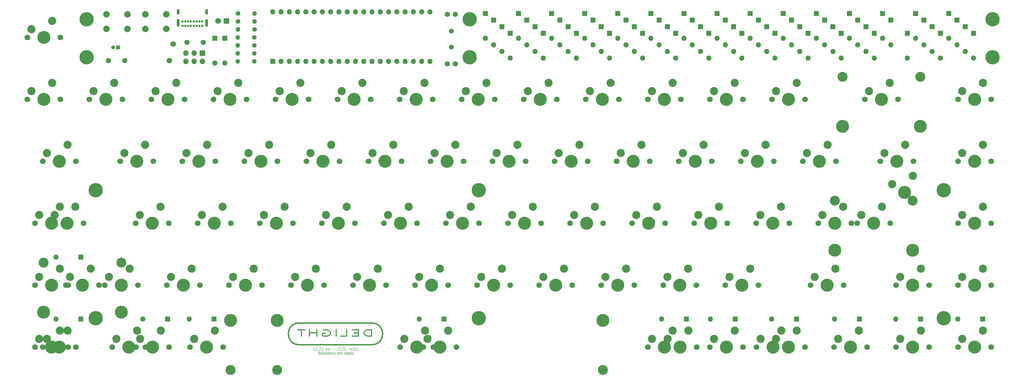
<source format=gbs>
G04 #@! TF.GenerationSoftware,KiCad,Pcbnew,(5.1.10)-1*
G04 #@! TF.CreationDate,2021-12-05T16:07:54-05:00*
G04 #@! TF.ProjectId,delight-pcb,64656c69-6768-4742-9d70-63622e6b6963,rev?*
G04 #@! TF.SameCoordinates,Original*
G04 #@! TF.FileFunction,Soldermask,Bot*
G04 #@! TF.FilePolarity,Negative*
%FSLAX46Y46*%
G04 Gerber Fmt 4.6, Leading zero omitted, Abs format (unit mm)*
G04 Created by KiCad (PCBNEW (5.1.10)-1) date 2021-12-05 16:07:54*
%MOMM*%
%LPD*%
G01*
G04 APERTURE LIST*
%ADD10C,0.125000*%
%ADD11C,0.350000*%
%ADD12C,0.400000*%
%ADD13C,3.048000*%
%ADD14C,3.987800*%
%ADD15C,1.750000*%
%ADD16C,4.000000*%
%ADD17C,2.500000*%
%ADD18C,1.710000*%
%ADD19O,1.600000X1.600000*%
%ADD20R,1.600000X1.600000*%
%ADD21C,4.400000*%
%ADD22O,1.400000X1.400000*%
%ADD23C,1.400000*%
%ADD24C,1.200000*%
%ADD25R,1.200000X1.200000*%
%ADD26C,1.600000*%
%ADD27C,1.500000*%
%ADD28C,1.800000*%
%ADD29R,1.800000X1.800000*%
%ADD30O,1.700000X1.700000*%
%ADD31R,1.700000X1.700000*%
%ADD32C,2.000000*%
%ADD33O,0.900000X1.700000*%
%ADD34O,0.900000X2.400000*%
%ADD35C,0.700000*%
G04 APERTURE END LIST*
D10*
X170509715Y-183390590D02*
X170581144Y-183342971D01*
X170616858Y-183247733D01*
X170616858Y-182390590D01*
X170116858Y-183390590D02*
X170188286Y-183342971D01*
X170224001Y-183295352D01*
X170259715Y-183200114D01*
X170259715Y-182914400D01*
X170224001Y-182819162D01*
X170188286Y-182771543D01*
X170116858Y-182723924D01*
X170009715Y-182723924D01*
X169938286Y-182771543D01*
X169902572Y-182819162D01*
X169866858Y-182914400D01*
X169866858Y-183200114D01*
X169902572Y-183295352D01*
X169938286Y-183342971D01*
X170009715Y-183390590D01*
X170116858Y-183390590D01*
X169652572Y-182723924D02*
X169366858Y-182723924D01*
X169545429Y-182390590D02*
X169545429Y-183247733D01*
X169509715Y-183342971D01*
X169438286Y-183390590D01*
X169366858Y-183390590D01*
X169116858Y-183390590D02*
X169116858Y-182723924D01*
X169116858Y-182390590D02*
X169152572Y-182438210D01*
X169116858Y-182485829D01*
X169081144Y-182438210D01*
X169116858Y-182390590D01*
X169116858Y-182485829D01*
X168474001Y-183342971D02*
X168545429Y-183390590D01*
X168688286Y-183390590D01*
X168759715Y-183342971D01*
X168795429Y-183247733D01*
X168795429Y-182866781D01*
X168759715Y-182771543D01*
X168688286Y-182723924D01*
X168545429Y-182723924D01*
X168474001Y-182771543D01*
X168438286Y-182866781D01*
X168438286Y-182962019D01*
X168795429Y-183057257D01*
X168116858Y-183390590D02*
X168116858Y-182723924D01*
X168116858Y-182914400D02*
X168081144Y-182819162D01*
X168045429Y-182771543D01*
X167974001Y-182723924D01*
X167902572Y-182723924D01*
X167116858Y-182485829D02*
X167081144Y-182438210D01*
X167009715Y-182390590D01*
X166831144Y-182390590D01*
X166759715Y-182438210D01*
X166724001Y-182485829D01*
X166688286Y-182581067D01*
X166688286Y-182676305D01*
X166724001Y-182819162D01*
X167152572Y-183390590D01*
X166688286Y-183390590D01*
X166224001Y-182390590D02*
X166152572Y-182390590D01*
X166081144Y-182438210D01*
X166045429Y-182485829D01*
X166009715Y-182581067D01*
X165974001Y-182771543D01*
X165974001Y-183009638D01*
X166009715Y-183200114D01*
X166045429Y-183295352D01*
X166081144Y-183342971D01*
X166152572Y-183390590D01*
X166224001Y-183390590D01*
X166295429Y-183342971D01*
X166331144Y-183295352D01*
X166366858Y-183200114D01*
X166402572Y-183009638D01*
X166402572Y-182771543D01*
X166366858Y-182581067D01*
X166331144Y-182485829D01*
X166295429Y-182438210D01*
X166224001Y-182390590D01*
X165688286Y-182485829D02*
X165652572Y-182438210D01*
X165581144Y-182390590D01*
X165402572Y-182390590D01*
X165331144Y-182438210D01*
X165295429Y-182485829D01*
X165259715Y-182581067D01*
X165259715Y-182676305D01*
X165295429Y-182819162D01*
X165724001Y-183390590D01*
X165259715Y-183390590D01*
X164545429Y-183390590D02*
X164974001Y-183390590D01*
X164759715Y-183390590D02*
X164759715Y-182390590D01*
X164831144Y-182533448D01*
X164902572Y-182628686D01*
X164974001Y-182676305D01*
X163652572Y-183009638D02*
X163081144Y-183009638D01*
X162152572Y-183390590D02*
X162152572Y-182723924D01*
X162152572Y-182914400D02*
X162116858Y-182819162D01*
X162081144Y-182771543D01*
X162009715Y-182723924D01*
X161938286Y-182723924D01*
X161402572Y-183342971D02*
X161474001Y-183390590D01*
X161616858Y-183390590D01*
X161688286Y-183342971D01*
X161724001Y-183247733D01*
X161724001Y-182866781D01*
X161688286Y-182771543D01*
X161616858Y-182723924D01*
X161474001Y-182723924D01*
X161402572Y-182771543D01*
X161366858Y-182866781D01*
X161366858Y-182962019D01*
X161724001Y-183057257D01*
X161116858Y-182723924D02*
X160938286Y-183390590D01*
X160759715Y-182723924D01*
X159938286Y-182485829D02*
X159902572Y-182438210D01*
X159831144Y-182390590D01*
X159652572Y-182390590D01*
X159581144Y-182438210D01*
X159545429Y-182485829D01*
X159509715Y-182581067D01*
X159509715Y-182676305D01*
X159545429Y-182819162D01*
X159974001Y-183390590D01*
X159509715Y-183390590D01*
X158795429Y-183390590D02*
X159224001Y-183390590D01*
X159009715Y-183390590D02*
X159009715Y-182390590D01*
X159081144Y-182533448D01*
X159152572Y-182628686D01*
X159224001Y-182676305D01*
X158474001Y-183295352D02*
X158438286Y-183342971D01*
X158474001Y-183390590D01*
X158509715Y-183342971D01*
X158474001Y-183295352D01*
X158474001Y-183390590D01*
X157724001Y-183390590D02*
X158152572Y-183390590D01*
X157938286Y-183390590D02*
X157938286Y-182390590D01*
X158009715Y-182533448D01*
X158081144Y-182628686D01*
X158152572Y-182676305D01*
X157438286Y-182485829D02*
X157402572Y-182438210D01*
X157331144Y-182390590D01*
X157152572Y-182390590D01*
X157081144Y-182438210D01*
X157045429Y-182485829D01*
X157009715Y-182581067D01*
X157009715Y-182676305D01*
X157045429Y-182819162D01*
X157474001Y-183390590D01*
X157009715Y-183390590D01*
X168985905Y-184660590D02*
X168985905Y-184136781D01*
X169009715Y-184041543D01*
X169057334Y-183993924D01*
X169152572Y-183993924D01*
X169200191Y-184041543D01*
X168985905Y-184612971D02*
X169033524Y-184660590D01*
X169152572Y-184660590D01*
X169200191Y-184612971D01*
X169224001Y-184517733D01*
X169224001Y-184422495D01*
X169200191Y-184327257D01*
X169152572Y-184279638D01*
X169033524Y-184279638D01*
X168985905Y-184232019D01*
X168533524Y-184660590D02*
X168533524Y-183660590D01*
X168533524Y-184612971D02*
X168581144Y-184660590D01*
X168676382Y-184660590D01*
X168724001Y-184612971D01*
X168747810Y-184565352D01*
X168771620Y-184470114D01*
X168771620Y-184184400D01*
X168747810Y-184089162D01*
X168724001Y-184041543D01*
X168676382Y-183993924D01*
X168581144Y-183993924D01*
X168533524Y-184041543D01*
X168081144Y-184660590D02*
X168081144Y-184136781D01*
X168104953Y-184041543D01*
X168152572Y-183993924D01*
X168247810Y-183993924D01*
X168295429Y-184041543D01*
X168081144Y-184612971D02*
X168128763Y-184660590D01*
X168247810Y-184660590D01*
X168295429Y-184612971D01*
X168319239Y-184517733D01*
X168319239Y-184422495D01*
X168295429Y-184327257D01*
X168247810Y-184279638D01*
X168128763Y-184279638D01*
X168081144Y-184232019D01*
X167843048Y-183993924D02*
X167843048Y-184993924D01*
X167843048Y-184041543D02*
X167795429Y-183993924D01*
X167700191Y-183993924D01*
X167652572Y-184041543D01*
X167628763Y-184089162D01*
X167604953Y-184184400D01*
X167604953Y-184470114D01*
X167628763Y-184565352D01*
X167652572Y-184612971D01*
X167700191Y-184660590D01*
X167795429Y-184660590D01*
X167843048Y-184612971D01*
X167462096Y-183993924D02*
X167271620Y-183993924D01*
X167390667Y-183660590D02*
X167390667Y-184517733D01*
X167366858Y-184612971D01*
X167319239Y-184660590D01*
X167271620Y-184660590D01*
X166914477Y-184612971D02*
X166962096Y-184660590D01*
X167057334Y-184660590D01*
X167104953Y-184612971D01*
X167128763Y-184517733D01*
X167128763Y-184136781D01*
X167104953Y-184041543D01*
X167057334Y-183993924D01*
X166962096Y-183993924D01*
X166914477Y-184041543D01*
X166890667Y-184136781D01*
X166890667Y-184232019D01*
X167128763Y-184327257D01*
X166462096Y-184660590D02*
X166462096Y-183660590D01*
X166462096Y-184612971D02*
X166509715Y-184660590D01*
X166604953Y-184660590D01*
X166652572Y-184612971D01*
X166676382Y-184565352D01*
X166700191Y-184470114D01*
X166700191Y-184184400D01*
X166676382Y-184089162D01*
X166652572Y-184041543D01*
X166604953Y-183993924D01*
X166509715Y-183993924D01*
X166462096Y-184041543D01*
X165914477Y-183993924D02*
X165724001Y-183993924D01*
X165843048Y-184660590D02*
X165843048Y-183803448D01*
X165819239Y-183708210D01*
X165771620Y-183660590D01*
X165724001Y-183660590D01*
X165557334Y-184660590D02*
X165557334Y-183993924D01*
X165557334Y-184184400D02*
X165533524Y-184089162D01*
X165509715Y-184041543D01*
X165462096Y-183993924D01*
X165414477Y-183993924D01*
X165176382Y-184660590D02*
X165224001Y-184612971D01*
X165247810Y-184565352D01*
X165271620Y-184470114D01*
X165271620Y-184184400D01*
X165247810Y-184089162D01*
X165224001Y-184041543D01*
X165176382Y-183993924D01*
X165104953Y-183993924D01*
X165057334Y-184041543D01*
X165033524Y-184089162D01*
X165009715Y-184184400D01*
X165009715Y-184470114D01*
X165033524Y-184565352D01*
X165057334Y-184612971D01*
X165104953Y-184660590D01*
X165176382Y-184660590D01*
X164795429Y-184660590D02*
X164795429Y-183993924D01*
X164795429Y-184089162D02*
X164771620Y-184041543D01*
X164724001Y-183993924D01*
X164652572Y-183993924D01*
X164604953Y-184041543D01*
X164581144Y-184136781D01*
X164581144Y-184660590D01*
X164581144Y-184136781D02*
X164557334Y-184041543D01*
X164509715Y-183993924D01*
X164438286Y-183993924D01*
X164390667Y-184041543D01*
X164366858Y-184136781D01*
X164366858Y-184660590D01*
X163533524Y-184612971D02*
X163581144Y-184660590D01*
X163676382Y-184660590D01*
X163724001Y-184612971D01*
X163747810Y-184565352D01*
X163771620Y-184470114D01*
X163771620Y-184184400D01*
X163747810Y-184089162D01*
X163724001Y-184041543D01*
X163676382Y-183993924D01*
X163581144Y-183993924D01*
X163533524Y-184041543D01*
X163247810Y-184660590D02*
X163295429Y-184612971D01*
X163319239Y-184565352D01*
X163343048Y-184470114D01*
X163343048Y-184184400D01*
X163319239Y-184089162D01*
X163295429Y-184041543D01*
X163247810Y-183993924D01*
X163176382Y-183993924D01*
X163128763Y-184041543D01*
X163104953Y-184089162D01*
X163081144Y-184184400D01*
X163081144Y-184470114D01*
X163104953Y-184565352D01*
X163128763Y-184612971D01*
X163176382Y-184660590D01*
X163247810Y-184660590D01*
X162890667Y-184612971D02*
X162843048Y-184660590D01*
X162747810Y-184660590D01*
X162700191Y-184612971D01*
X162676382Y-184517733D01*
X162676382Y-184470114D01*
X162700191Y-184374876D01*
X162747810Y-184327257D01*
X162819239Y-184327257D01*
X162866858Y-184279638D01*
X162890667Y-184184400D01*
X162890667Y-184136781D01*
X162866858Y-184041543D01*
X162819239Y-183993924D01*
X162747810Y-183993924D01*
X162700191Y-184041543D01*
X162271620Y-184612971D02*
X162319239Y-184660590D01*
X162414477Y-184660590D01*
X162462096Y-184612971D01*
X162485905Y-184517733D01*
X162485905Y-184136781D01*
X162462096Y-184041543D01*
X162414477Y-183993924D01*
X162319239Y-183993924D01*
X162271620Y-184041543D01*
X162247810Y-184136781D01*
X162247810Y-184232019D01*
X162485905Y-184327257D01*
X162081144Y-183993924D02*
X161962096Y-184660590D01*
X161843048Y-183993924D02*
X161962096Y-184660590D01*
X162009715Y-184898686D01*
X162033524Y-184946305D01*
X162081144Y-184993924D01*
X161724001Y-183993924D02*
X161533524Y-183993924D01*
X161652572Y-184660590D02*
X161652572Y-183803448D01*
X161628763Y-183708210D01*
X161581144Y-183660590D01*
X161533524Y-183660590D01*
X161152572Y-184660590D02*
X161152572Y-184136781D01*
X161176382Y-184041543D01*
X161224001Y-183993924D01*
X161319239Y-183993924D01*
X161366858Y-184041543D01*
X161152572Y-184612971D02*
X161200191Y-184660590D01*
X161319239Y-184660590D01*
X161366858Y-184612971D01*
X161390667Y-184517733D01*
X161390667Y-184422495D01*
X161366858Y-184327257D01*
X161319239Y-184279638D01*
X161200191Y-184279638D01*
X161152572Y-184232019D01*
X160914477Y-183993924D02*
X160914477Y-184660590D01*
X160914477Y-184089162D02*
X160890667Y-184041543D01*
X160843048Y-183993924D01*
X160771620Y-183993924D01*
X160724001Y-184041543D01*
X160700191Y-184136781D01*
X160700191Y-184660590D01*
X160462096Y-183993924D02*
X160462096Y-184660590D01*
X160462096Y-184089162D02*
X160438286Y-184041543D01*
X160390667Y-183993924D01*
X160319239Y-183993924D01*
X160271620Y-184041543D01*
X160247810Y-184136781D01*
X160247810Y-184660590D01*
X160009715Y-184660590D02*
X160009715Y-183993924D01*
X160009715Y-183660590D02*
X160033524Y-183708210D01*
X160009715Y-183755829D01*
X159985905Y-183708210D01*
X160009715Y-183660590D01*
X160009715Y-183755829D01*
X159843048Y-183993924D02*
X159652572Y-183993924D01*
X159771620Y-183660590D02*
X159771620Y-184517733D01*
X159747810Y-184612971D01*
X159700191Y-184660590D01*
X159652572Y-184660590D01*
X159271620Y-183993924D02*
X159271620Y-184660590D01*
X159485905Y-183993924D02*
X159485905Y-184517733D01*
X159462096Y-184612971D01*
X159414477Y-184660590D01*
X159343048Y-184660590D01*
X159295429Y-184612971D01*
X159271620Y-184565352D01*
X159104953Y-183993924D02*
X158914477Y-183993924D01*
X159033524Y-183660590D02*
X159033524Y-184517733D01*
X159009715Y-184612971D01*
X158962096Y-184660590D01*
X158914477Y-184660590D01*
X158819239Y-183993924D02*
X158628763Y-183993924D01*
X158747810Y-183660590D02*
X158747810Y-184517733D01*
X158724001Y-184612971D01*
X158676382Y-184660590D01*
X158628763Y-184660590D01*
X158462096Y-184660590D02*
X158462096Y-183993924D01*
X158462096Y-183660590D02*
X158485905Y-183708210D01*
X158462096Y-183755829D01*
X158438286Y-183708210D01*
X158462096Y-183660590D01*
X158462096Y-183755829D01*
D11*
X174878763Y-179016971D02*
X174878763Y-177016971D01*
X173926382Y-177016971D01*
X173354953Y-177112210D01*
X172974001Y-177302686D01*
X172783524Y-177493162D01*
X172593048Y-177874114D01*
X172593048Y-178159829D01*
X172783524Y-178540781D01*
X172974001Y-178731257D01*
X173354953Y-178921733D01*
X173926382Y-179016971D01*
X174878763Y-179016971D01*
X170878763Y-177969352D02*
X169545429Y-177969352D01*
X168974001Y-179016971D02*
X170878763Y-179016971D01*
X170878763Y-177016971D01*
X168974001Y-177016971D01*
X165354953Y-179016971D02*
X167259715Y-179016971D01*
X167259715Y-177016971D01*
X164021620Y-179016971D02*
X164021620Y-177016971D01*
X160021620Y-177112210D02*
X160402572Y-177016971D01*
X160974001Y-177016971D01*
X161545429Y-177112210D01*
X161926382Y-177302686D01*
X162116858Y-177493162D01*
X162307334Y-177874114D01*
X162307334Y-178159829D01*
X162116858Y-178540781D01*
X161926382Y-178731257D01*
X161545429Y-178921733D01*
X160974001Y-179016971D01*
X160593048Y-179016971D01*
X160021620Y-178921733D01*
X159831144Y-178826495D01*
X159831144Y-178159829D01*
X160593048Y-178159829D01*
X158116858Y-179016971D02*
X158116858Y-177016971D01*
X158116858Y-177969352D02*
X155831144Y-177969352D01*
X155831144Y-179016971D02*
X155831144Y-177016971D01*
X154497810Y-177016971D02*
X152212096Y-177016971D01*
X153354953Y-179016971D02*
X153354953Y-177016971D01*
D12*
X174961144Y-181632210D02*
X152661144Y-181632210D01*
X174941144Y-174952210D02*
X152661144Y-174952210D01*
X174971144Y-181632210D02*
G75*
G03*
X174971144Y-174952210I0J3340000D01*
G01*
X152671144Y-174952210D02*
G75*
G03*
X152671144Y-181632210I0J-3340000D01*
G01*
D13*
X98118000Y-156365000D03*
X74242000Y-156365000D03*
D14*
X98118000Y-171605000D03*
X74242000Y-171605000D03*
D13*
X340998000Y-137325000D03*
X317122000Y-137325000D03*
D14*
X340998000Y-152565000D03*
X317122000Y-152565000D03*
D13*
X343328000Y-99225000D03*
X319452000Y-99225000D03*
D14*
X343328000Y-114465000D03*
X319452000Y-114465000D03*
X145872000Y-174145000D03*
X245872000Y-174145000D03*
D13*
X145872000Y-189385000D03*
X245872000Y-189385000D03*
X245872000Y-189385000D03*
D14*
X131572000Y-174145000D03*
D13*
X131572000Y-189385000D03*
D14*
X245872000Y-174145000D03*
D15*
X303230000Y-182400000D03*
X293070000Y-182400000D03*
D16*
X298150000Y-182400000D03*
D17*
X300690000Y-177320000D03*
X294340000Y-179860000D03*
D15*
X274650000Y-182400000D03*
X264490000Y-182400000D03*
D16*
X269570000Y-182400000D03*
D17*
X272110000Y-177320000D03*
X265760000Y-179860000D03*
D15*
X193802000Y-182400000D03*
X183642000Y-182400000D03*
D16*
X188722000Y-182400000D03*
D17*
X191262000Y-177320000D03*
X184912000Y-179860000D03*
D15*
X112700000Y-182400000D03*
X102540000Y-182400000D03*
D16*
X107620000Y-182400000D03*
D17*
X110160000Y-177320000D03*
X103810000Y-179860000D03*
D15*
X84074000Y-182400000D03*
X73914000Y-182400000D03*
D16*
X78994000Y-182400000D03*
D17*
X81534000Y-177320000D03*
X75184000Y-179860000D03*
D15*
X81718000Y-163350000D03*
X71558000Y-163350000D03*
D16*
X76638000Y-163350000D03*
D17*
X79178000Y-158270000D03*
X72828000Y-160810000D03*
D15*
X81718000Y-144300000D03*
X71558000Y-144300000D03*
D16*
X76638000Y-144300000D03*
D17*
X79178000Y-139220000D03*
X72828000Y-141760000D03*
D15*
X322230750Y-144303750D03*
X312070750Y-144303750D03*
D16*
X317150750Y-144303750D03*
D17*
X319690750Y-139223750D03*
X313340750Y-141763750D03*
D16*
X338570000Y-134780000D03*
D17*
X341110000Y-129700000D03*
X334760000Y-132240000D03*
D15*
X365093250Y-182400000D03*
X354933250Y-182400000D03*
D16*
X360013250Y-182400000D03*
D17*
X362553250Y-177320000D03*
X356203250Y-179860000D03*
D15*
X346043250Y-182400000D03*
X335883250Y-182400000D03*
D16*
X340963250Y-182400000D03*
D17*
X343503250Y-177320000D03*
X337153250Y-179860000D03*
D15*
X326993250Y-182400000D03*
X316833250Y-182400000D03*
D16*
X321913250Y-182400000D03*
D17*
X324453250Y-177320000D03*
X318103250Y-179860000D03*
D15*
X307943528Y-182400000D03*
X297783528Y-182400000D03*
D16*
X302863528Y-182400000D03*
D17*
X305403528Y-177320000D03*
X299053528Y-179860000D03*
D15*
X288890000Y-182400000D03*
X278730000Y-182400000D03*
D16*
X283810000Y-182400000D03*
D17*
X286350000Y-177320000D03*
X280000000Y-179860000D03*
D15*
X269840000Y-182400000D03*
X259680000Y-182400000D03*
D16*
X264760000Y-182400000D03*
D17*
X267300000Y-177320000D03*
X260950000Y-179860000D03*
D15*
X200952000Y-182400000D03*
X190792000Y-182400000D03*
D16*
X195872000Y-182400000D03*
D17*
X198412000Y-177320000D03*
X192062000Y-179860000D03*
D15*
X129340000Y-182400000D03*
X119180000Y-182400000D03*
D16*
X124260000Y-182400000D03*
D17*
X126800000Y-177320000D03*
X120450000Y-179860000D03*
D15*
X105410000Y-182400000D03*
X95250000Y-182400000D03*
D16*
X100330000Y-182400000D03*
D17*
X102870000Y-177320000D03*
X96520000Y-179860000D03*
D15*
X81720000Y-182400000D03*
X71560000Y-182400000D03*
D16*
X76640000Y-182400000D03*
D17*
X79180000Y-177320000D03*
X72830000Y-179860000D03*
D15*
X91260000Y-163350000D03*
X81100000Y-163350000D03*
D16*
X86180000Y-163350000D03*
D17*
X88720000Y-158270000D03*
X82370000Y-160810000D03*
D15*
X365093250Y-163353750D03*
X354933250Y-163353750D03*
D16*
X360013250Y-163353750D03*
D17*
X362553250Y-158273750D03*
X356203250Y-160813750D03*
D15*
X346043250Y-163353750D03*
X335883250Y-163353750D03*
D16*
X340963250Y-163353750D03*
D17*
X343503250Y-158273750D03*
X337153250Y-160813750D03*
D15*
X319850000Y-163330000D03*
X309690000Y-163330000D03*
D16*
X314770000Y-163330000D03*
D17*
X317310000Y-158250000D03*
X310960000Y-160790000D03*
D15*
X293656250Y-163353750D03*
X283496250Y-163353750D03*
D16*
X288576250Y-163353750D03*
D17*
X291116250Y-158273750D03*
X284766250Y-160813750D03*
D15*
X274606250Y-163353750D03*
X264446250Y-163353750D03*
D16*
X269526250Y-163353750D03*
D17*
X272066250Y-158273750D03*
X265716250Y-160813750D03*
D15*
X255556250Y-163353750D03*
X245396250Y-163353750D03*
D16*
X250476250Y-163353750D03*
D17*
X253016250Y-158273750D03*
X246666250Y-160813750D03*
D15*
X236506250Y-163353750D03*
X226346250Y-163353750D03*
D16*
X231426250Y-163353750D03*
D17*
X233966250Y-158273750D03*
X227616250Y-160813750D03*
D15*
X217456250Y-163353750D03*
X207296250Y-163353750D03*
D16*
X212376250Y-163353750D03*
D17*
X214916250Y-158273750D03*
X208566250Y-160813750D03*
D15*
X198406250Y-163353750D03*
X188246250Y-163353750D03*
D16*
X193326250Y-163353750D03*
D17*
X195866250Y-158273750D03*
X189516250Y-160813750D03*
D15*
X179356250Y-163353750D03*
X169196250Y-163353750D03*
D16*
X174276250Y-163353750D03*
D17*
X176816250Y-158273750D03*
X170466250Y-160813750D03*
D15*
X160305750Y-163353750D03*
X150145750Y-163353750D03*
D16*
X155225750Y-163353750D03*
D17*
X157765750Y-158273750D03*
X151415750Y-160813750D03*
D15*
X141255750Y-163353750D03*
X131095750Y-163353750D03*
D16*
X136175750Y-163353750D03*
D17*
X138715750Y-158273750D03*
X132365750Y-160813750D03*
D15*
X122205750Y-163353750D03*
X112045750Y-163353750D03*
D16*
X117125750Y-163353750D03*
D17*
X119665750Y-158273750D03*
X113315750Y-160813750D03*
D15*
X103155750Y-163350000D03*
X92995750Y-163350000D03*
D16*
X98075750Y-163350000D03*
D17*
X100615750Y-158270000D03*
X94265750Y-160810000D03*
D15*
X86510000Y-144300000D03*
X76350000Y-144300000D03*
D16*
X81430000Y-144300000D03*
D17*
X83970000Y-139220000D03*
X77620000Y-141760000D03*
D15*
X365093250Y-144303750D03*
X354933250Y-144303750D03*
D16*
X360013250Y-144303750D03*
D17*
X362553250Y-139223750D03*
X356203250Y-141763750D03*
D15*
X334140000Y-144310000D03*
X323980000Y-144310000D03*
D16*
X329060000Y-144310000D03*
D17*
X331600000Y-139230000D03*
X325250000Y-141770000D03*
D15*
X303180250Y-144303750D03*
X293020250Y-144303750D03*
D16*
X298100250Y-144303750D03*
D17*
X300640250Y-139223750D03*
X294290250Y-141763750D03*
D15*
X284130250Y-144303750D03*
X273970250Y-144303750D03*
D16*
X279050250Y-144303750D03*
D17*
X281590250Y-139223750D03*
X275240250Y-141763750D03*
D15*
X265080250Y-144303750D03*
X254920250Y-144303750D03*
D16*
X260000250Y-144303750D03*
D17*
X262540250Y-139223750D03*
X256190250Y-141763750D03*
D15*
X246030250Y-144303750D03*
X235870250Y-144303750D03*
D16*
X240950250Y-144303750D03*
D17*
X243490250Y-139223750D03*
X237140250Y-141763750D03*
D15*
X226980250Y-144303750D03*
X216820250Y-144303750D03*
D16*
X221900250Y-144303750D03*
D17*
X224440250Y-139223750D03*
X218090250Y-141763750D03*
D15*
X207930250Y-144303750D03*
X197770250Y-144303750D03*
D16*
X202850250Y-144303750D03*
D17*
X205390250Y-139223750D03*
X199040250Y-141763750D03*
D15*
X188880250Y-144303750D03*
X178720250Y-144303750D03*
D16*
X183800250Y-144303750D03*
D17*
X186340250Y-139223750D03*
X179990250Y-141763750D03*
D15*
X169830250Y-144303750D03*
X159670250Y-144303750D03*
D16*
X164750250Y-144303750D03*
D17*
X167290250Y-139223750D03*
X160940250Y-141763750D03*
D15*
X150780750Y-144303750D03*
X140620750Y-144303750D03*
D16*
X145700750Y-144303750D03*
D17*
X148240750Y-139223750D03*
X141890750Y-141763750D03*
D15*
X131730750Y-144303750D03*
X121570750Y-144303750D03*
D16*
X126650750Y-144303750D03*
D17*
X129190750Y-139223750D03*
X122840750Y-141763750D03*
D15*
X112680750Y-144303750D03*
X102520750Y-144303750D03*
D16*
X107600750Y-144303750D03*
D17*
X110140750Y-139223750D03*
X103790750Y-141763750D03*
D15*
X84120000Y-125250000D03*
X73960000Y-125250000D03*
D16*
X79040000Y-125250000D03*
D17*
X81580000Y-120170000D03*
X75230000Y-122710000D03*
D15*
X365093250Y-125253750D03*
X354933250Y-125253750D03*
D16*
X360013250Y-125253750D03*
D17*
X362553250Y-120173750D03*
X356203250Y-122713750D03*
D15*
X341280000Y-125270000D03*
X331120000Y-125270000D03*
D16*
X336200000Y-125270000D03*
D17*
X338740000Y-120190000D03*
X332390000Y-122730000D03*
D15*
X317468250Y-125253750D03*
X307308250Y-125253750D03*
D16*
X312388250Y-125253750D03*
D17*
X314928250Y-120173750D03*
X308578250Y-122713750D03*
D15*
X298418250Y-125253750D03*
X288258250Y-125253750D03*
D16*
X293338250Y-125253750D03*
D17*
X295878250Y-120173750D03*
X289528250Y-122713750D03*
D15*
X279368250Y-125253750D03*
X269208250Y-125253750D03*
D16*
X274288250Y-125253750D03*
D17*
X276828250Y-120173750D03*
X270478250Y-122713750D03*
D15*
X260318250Y-125253750D03*
X250158250Y-125253750D03*
D16*
X255238250Y-125253750D03*
D17*
X257778250Y-120173750D03*
X251428250Y-122713750D03*
D15*
X241268250Y-125253750D03*
X231108250Y-125253750D03*
D16*
X236188250Y-125253750D03*
D17*
X238728250Y-120173750D03*
X232378250Y-122713750D03*
D15*
X222218250Y-125253750D03*
X212058250Y-125253750D03*
D16*
X217138250Y-125253750D03*
D17*
X219678250Y-120173750D03*
X213328250Y-122713750D03*
D15*
X203168250Y-125253750D03*
X193008250Y-125253750D03*
D16*
X198088250Y-125253750D03*
D17*
X200628250Y-120173750D03*
X194278250Y-122713750D03*
D15*
X184118250Y-125253750D03*
X173958250Y-125253750D03*
D16*
X179038250Y-125253750D03*
D17*
X181578250Y-120173750D03*
X175228250Y-122713750D03*
D15*
X165068250Y-125253750D03*
X154908250Y-125253750D03*
D16*
X159988250Y-125253750D03*
D17*
X162528250Y-120173750D03*
X156178250Y-122713750D03*
D15*
X146018250Y-125253750D03*
X135858250Y-125253750D03*
D16*
X140938250Y-125253750D03*
D17*
X143478250Y-120173750D03*
X137128250Y-122713750D03*
D15*
X126968250Y-125253750D03*
X116808250Y-125253750D03*
D16*
X121888250Y-125253750D03*
D17*
X124428250Y-120173750D03*
X118078250Y-122713750D03*
D15*
X107918250Y-125253750D03*
X97758250Y-125253750D03*
D16*
X102838250Y-125253750D03*
D17*
X105378250Y-120173750D03*
X99028250Y-122713750D03*
D15*
X79343250Y-106203750D03*
X69183250Y-106203750D03*
D16*
X74263250Y-106203750D03*
D17*
X76803250Y-101123750D03*
X70453250Y-103663750D03*
D15*
X365093250Y-106203750D03*
X354933250Y-106203750D03*
D16*
X360013250Y-106203750D03*
D17*
X362553250Y-101123750D03*
X356203250Y-103663750D03*
D15*
X336470000Y-106210000D03*
X326310000Y-106210000D03*
D16*
X331390000Y-106210000D03*
D17*
X333930000Y-101130000D03*
X327580000Y-103670000D03*
D15*
X307943250Y-106203750D03*
X297783250Y-106203750D03*
D16*
X302863250Y-106203750D03*
D17*
X305403250Y-101123750D03*
X299053250Y-103663750D03*
D15*
X288893250Y-106203750D03*
X278733250Y-106203750D03*
D16*
X283813250Y-106203750D03*
D17*
X286353250Y-101123750D03*
X280003250Y-103663750D03*
D15*
X269843250Y-106203750D03*
X259683250Y-106203750D03*
D16*
X264763250Y-106203750D03*
D17*
X267303250Y-101123750D03*
X260953250Y-103663750D03*
D15*
X250793250Y-106203750D03*
X240633250Y-106203750D03*
D16*
X245713250Y-106203750D03*
D17*
X248253250Y-101123750D03*
X241903250Y-103663750D03*
D15*
X231743250Y-106203750D03*
X221583250Y-106203750D03*
D16*
X226663250Y-106203750D03*
D17*
X229203250Y-101123750D03*
X222853250Y-103663750D03*
D15*
X212693250Y-106203750D03*
X202533250Y-106203750D03*
D16*
X207613250Y-106203750D03*
D17*
X210153250Y-101123750D03*
X203803250Y-103663750D03*
D15*
X193643250Y-106203750D03*
X183483250Y-106203750D03*
D16*
X188563250Y-106203750D03*
D17*
X191103250Y-101123750D03*
X184753250Y-103663750D03*
D15*
X174593250Y-106203750D03*
X164433250Y-106203750D03*
D16*
X169513250Y-106203750D03*
D17*
X172053250Y-101123750D03*
X165703250Y-103663750D03*
D15*
X155543250Y-106203750D03*
X145383250Y-106203750D03*
D16*
X150463250Y-106203750D03*
D17*
X153003250Y-101123750D03*
X146653250Y-103663750D03*
D15*
X136493250Y-106203750D03*
X126333250Y-106203750D03*
D16*
X131413250Y-106203750D03*
D17*
X133953250Y-101123750D03*
X127603250Y-103663750D03*
D15*
X117443250Y-106203750D03*
X107283250Y-106203750D03*
D16*
X112363250Y-106203750D03*
D17*
X114903250Y-101123750D03*
X108553250Y-103663750D03*
D15*
X98393250Y-106203750D03*
X88233250Y-106203750D03*
D16*
X93313250Y-106203750D03*
D17*
X95853250Y-101123750D03*
X89503250Y-103663750D03*
D15*
X79343250Y-87152000D03*
X69183250Y-87152000D03*
D16*
X74263250Y-87152000D03*
D17*
X76803250Y-82072000D03*
X70453250Y-84612000D03*
D18*
X113976000Y-89134000D03*
X112776000Y-94234000D03*
D19*
X354838000Y-173736000D03*
D20*
X362458000Y-173736000D03*
D19*
X335788000Y-173736000D03*
D20*
X343408000Y-173736000D03*
D19*
X316992000Y-173736000D03*
D20*
X324612000Y-173736000D03*
D19*
X297688000Y-173736000D03*
D20*
X305308000Y-173736000D03*
D19*
X278892000Y-173736000D03*
D20*
X286512000Y-173736000D03*
D19*
X263906000Y-173736000D03*
D20*
X271526000Y-173736000D03*
D19*
X189484000Y-173736000D03*
D20*
X197104000Y-173736000D03*
D19*
X118872000Y-173736000D03*
D20*
X126492000Y-173736000D03*
D19*
X104648000Y-173736000D03*
D20*
X112268000Y-173736000D03*
D19*
X77978000Y-173736000D03*
D20*
X85598000Y-173736000D03*
D19*
X77978000Y-154686000D03*
D20*
X85598000Y-154686000D03*
D21*
X207768000Y-173482000D03*
D22*
X133816316Y-92032665D03*
D23*
X138896316Y-92032665D03*
D22*
X133816316Y-89577332D03*
D23*
X138896316Y-89577332D03*
D22*
X133816316Y-87121999D03*
D23*
X138896316Y-87121999D03*
D22*
X133858000Y-84666666D03*
D23*
X138938000Y-84666666D03*
D22*
X138938000Y-79756000D03*
D23*
X133858000Y-79756000D03*
D22*
X138938000Y-82211333D03*
D23*
X133858000Y-82211333D03*
D22*
X133816316Y-94488000D03*
D23*
X138896316Y-94488000D03*
D24*
X95528000Y-90170000D03*
D25*
X97028000Y-90170000D03*
D26*
X118190000Y-88646000D03*
X123190000Y-88646000D03*
X94060000Y-94234000D03*
X99060000Y-94234000D03*
X198140000Y-80010000D03*
X200640000Y-80010000D03*
X198140000Y-95250000D03*
X200640000Y-95250000D03*
D27*
X199390000Y-85200000D03*
X199390000Y-90080000D03*
D28*
X127762000Y-82042000D03*
D29*
X130302000Y-82042000D03*
D30*
X117856000Y-94488000D03*
X117856000Y-91948000D03*
X120396000Y-94488000D03*
X120396000Y-91948000D03*
X122936000Y-94488000D03*
D31*
X122936000Y-91948000D03*
D19*
X144526000Y-79248000D03*
X192786000Y-94488000D03*
X147066000Y-79248000D03*
X190246000Y-94488000D03*
X149606000Y-79248000D03*
X187706000Y-94488000D03*
X152146000Y-79248000D03*
X185166000Y-94488000D03*
X154686000Y-79248000D03*
X182626000Y-94488000D03*
X157226000Y-79248000D03*
X180086000Y-94488000D03*
X159766000Y-79248000D03*
X177546000Y-94488000D03*
X162306000Y-79248000D03*
X175006000Y-94488000D03*
X164846000Y-79248000D03*
X172466000Y-94488000D03*
X167386000Y-79248000D03*
X169926000Y-94488000D03*
X169926000Y-79248000D03*
X167386000Y-94488000D03*
X172466000Y-79248000D03*
X164846000Y-94488000D03*
X175006000Y-79248000D03*
X162306000Y-94488000D03*
X177546000Y-79248000D03*
X159766000Y-94488000D03*
X180086000Y-79248000D03*
X157226000Y-94488000D03*
X182626000Y-79248000D03*
X154686000Y-94488000D03*
X185166000Y-79248000D03*
X152146000Y-94488000D03*
X187706000Y-79248000D03*
X149606000Y-94488000D03*
X190246000Y-79248000D03*
X147066000Y-94488000D03*
X192786000Y-79248000D03*
D20*
X144526000Y-94488000D03*
D19*
X339344000Y-93472000D03*
D20*
X339344000Y-85852000D03*
D19*
X222504000Y-89376000D03*
D20*
X222504000Y-81756000D03*
D19*
X225044000Y-91440000D03*
D20*
X225044000Y-83820000D03*
D19*
X227584000Y-93472000D03*
D20*
X227584000Y-85852000D03*
D19*
X214884000Y-91440000D03*
D20*
X214884000Y-83820000D03*
D19*
X212344000Y-89376000D03*
D20*
X212344000Y-81756000D03*
D19*
X217424000Y-93472000D03*
D20*
X217424000Y-85852000D03*
D19*
X219964000Y-87376000D03*
D20*
X219964000Y-79756000D03*
D19*
X230124000Y-87376000D03*
D20*
X230124000Y-79756000D03*
D19*
X240284000Y-87376000D03*
D20*
X240284000Y-79756000D03*
D19*
X232664000Y-89376000D03*
D20*
X232664000Y-81756000D03*
D19*
X242824000Y-89376000D03*
D20*
X242824000Y-81756000D03*
D19*
X235204000Y-91440000D03*
D20*
X235204000Y-83820000D03*
D19*
X237744000Y-93472000D03*
D20*
X237744000Y-85852000D03*
D19*
X209804000Y-87376000D03*
D20*
X209804000Y-79756000D03*
D19*
X250444000Y-87376000D03*
D20*
X250444000Y-79756000D03*
D19*
X260604000Y-87376000D03*
D20*
X260604000Y-79756000D03*
D19*
X270764000Y-87376000D03*
D20*
X270764000Y-79756000D03*
D19*
X280924000Y-87376000D03*
D20*
X280924000Y-79756000D03*
D19*
X291084000Y-87376000D03*
D20*
X291084000Y-79756000D03*
D19*
X301282736Y-87376000D03*
D20*
X301282736Y-79756000D03*
D19*
X311404000Y-87376000D03*
D20*
X311404000Y-79756000D03*
D19*
X321564000Y-87376000D03*
D20*
X321564000Y-79756000D03*
D19*
X331724000Y-87376000D03*
D20*
X331724000Y-79756000D03*
D19*
X341884000Y-87376000D03*
D20*
X341884000Y-79756000D03*
D19*
X352044000Y-87376000D03*
D20*
X352044000Y-79756000D03*
D19*
X252984000Y-89376000D03*
D20*
X252984000Y-81756000D03*
D19*
X263144000Y-89376000D03*
D20*
X263144000Y-81756000D03*
D19*
X273304000Y-89376000D03*
D20*
X273304000Y-81756000D03*
D19*
X283464000Y-89376000D03*
D20*
X283464000Y-81756000D03*
D19*
X293624000Y-89376000D03*
D20*
X293624000Y-81756000D03*
D19*
X303784000Y-89376000D03*
D20*
X303784000Y-81756000D03*
D19*
X313944000Y-89376000D03*
D20*
X313944000Y-81756000D03*
D19*
X324104000Y-89376000D03*
D20*
X324104000Y-81756000D03*
D19*
X334264000Y-89376000D03*
D20*
X334264000Y-81756000D03*
D19*
X344424000Y-89376000D03*
D20*
X344424000Y-81756000D03*
D19*
X354584000Y-89376000D03*
D20*
X354584000Y-81756000D03*
D19*
X245364000Y-91440000D03*
D20*
X245364000Y-83820000D03*
D19*
X255524000Y-91440000D03*
D20*
X255524000Y-83820000D03*
D19*
X265684000Y-91440000D03*
D20*
X265684000Y-83820000D03*
D19*
X275844000Y-91440000D03*
D20*
X275844000Y-83820000D03*
D19*
X286004000Y-91440000D03*
D20*
X286004000Y-83820000D03*
D19*
X296164000Y-91440000D03*
D20*
X296164000Y-83820000D03*
D19*
X306324000Y-91440000D03*
D20*
X306324000Y-83820000D03*
D19*
X316484000Y-91440000D03*
D20*
X316484000Y-83820000D03*
D19*
X326644000Y-91440000D03*
D20*
X326644000Y-83820000D03*
D19*
X346964000Y-91440000D03*
D20*
X346964000Y-83820000D03*
D19*
X357124000Y-91440000D03*
D20*
X357124000Y-83820000D03*
D19*
X247904000Y-93472000D03*
D20*
X247904000Y-85852000D03*
D19*
X258064000Y-93472000D03*
D20*
X258064000Y-85852000D03*
D19*
X268224000Y-93472000D03*
D20*
X268224000Y-85852000D03*
D19*
X278384000Y-93472000D03*
D20*
X278384000Y-85852000D03*
D19*
X288544000Y-93472000D03*
D20*
X288544000Y-85852000D03*
D19*
X298704000Y-93472000D03*
D20*
X298704000Y-85852000D03*
D19*
X308864000Y-93472000D03*
D20*
X308864000Y-85852000D03*
D19*
X319024000Y-93472000D03*
D20*
X319024000Y-85852000D03*
D19*
X329184000Y-93472000D03*
D20*
X329184000Y-85852000D03*
D19*
X349504000Y-93472000D03*
D20*
X349504000Y-85852000D03*
D19*
X359664000Y-93472000D03*
D20*
X359664000Y-85852000D03*
D19*
X126746000Y-94996000D03*
D20*
X126746000Y-87376000D03*
D19*
X129794000Y-95006196D03*
D20*
X129794000Y-87386196D03*
D32*
X111910000Y-80006000D03*
X111910000Y-84506000D03*
X105410000Y-80006000D03*
X105410000Y-84506000D03*
X99972000Y-80010000D03*
X99972000Y-84510000D03*
X93472000Y-80010000D03*
X93472000Y-84510000D03*
D33*
X115552000Y-79220000D03*
X124202000Y-79220000D03*
D34*
X115552000Y-82600000D03*
X124202000Y-82600000D03*
D35*
X119452000Y-82230000D03*
X116902000Y-82230000D03*
X117752000Y-82230000D03*
X118602000Y-82230000D03*
X122852000Y-82230000D03*
X121152000Y-82230000D03*
X120302000Y-82230000D03*
X122002000Y-82230000D03*
X116902000Y-83580000D03*
X117752000Y-83580000D03*
X118602000Y-83580000D03*
X119452000Y-83580000D03*
X120302000Y-83580000D03*
X121152000Y-83580000D03*
X122002000Y-83580000D03*
X122852000Y-83580000D03*
D21*
X365506000Y-93218000D03*
X365506000Y-81534000D03*
X204978000Y-93218000D03*
X87376000Y-81534000D03*
X87376000Y-93218000D03*
X204978000Y-81534000D03*
X90170000Y-134112000D03*
X207768000Y-134112000D03*
X350520000Y-134112000D03*
X350520000Y-173482000D03*
X90170000Y-173482000D03*
M02*

</source>
